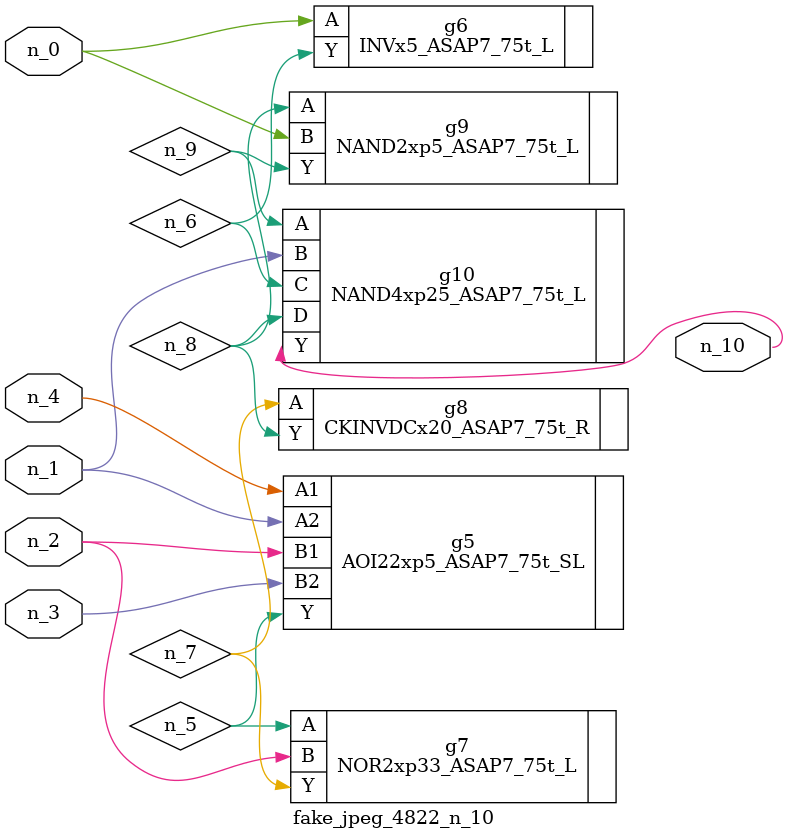
<source format=v>
module fake_jpeg_4822_n_10 (n_3, n_2, n_1, n_0, n_4, n_10);

input n_3;
input n_2;
input n_1;
input n_0;
input n_4;

output n_10;

wire n_8;
wire n_9;
wire n_6;
wire n_5;
wire n_7;

AOI22xp5_ASAP7_75t_SL g5 ( 
.A1(n_4),
.A2(n_1),
.B1(n_2),
.B2(n_3),
.Y(n_5)
);

INVx5_ASAP7_75t_L g6 ( 
.A(n_0),
.Y(n_6)
);

NOR2xp33_ASAP7_75t_L g7 ( 
.A(n_5),
.B(n_2),
.Y(n_7)
);

CKINVDCx20_ASAP7_75t_R g8 ( 
.A(n_7),
.Y(n_8)
);

NAND2xp5_ASAP7_75t_L g9 ( 
.A(n_8),
.B(n_0),
.Y(n_9)
);

NAND4xp25_ASAP7_75t_L g10 ( 
.A(n_9),
.B(n_1),
.C(n_6),
.D(n_8),
.Y(n_10)
);


endmodule
</source>
